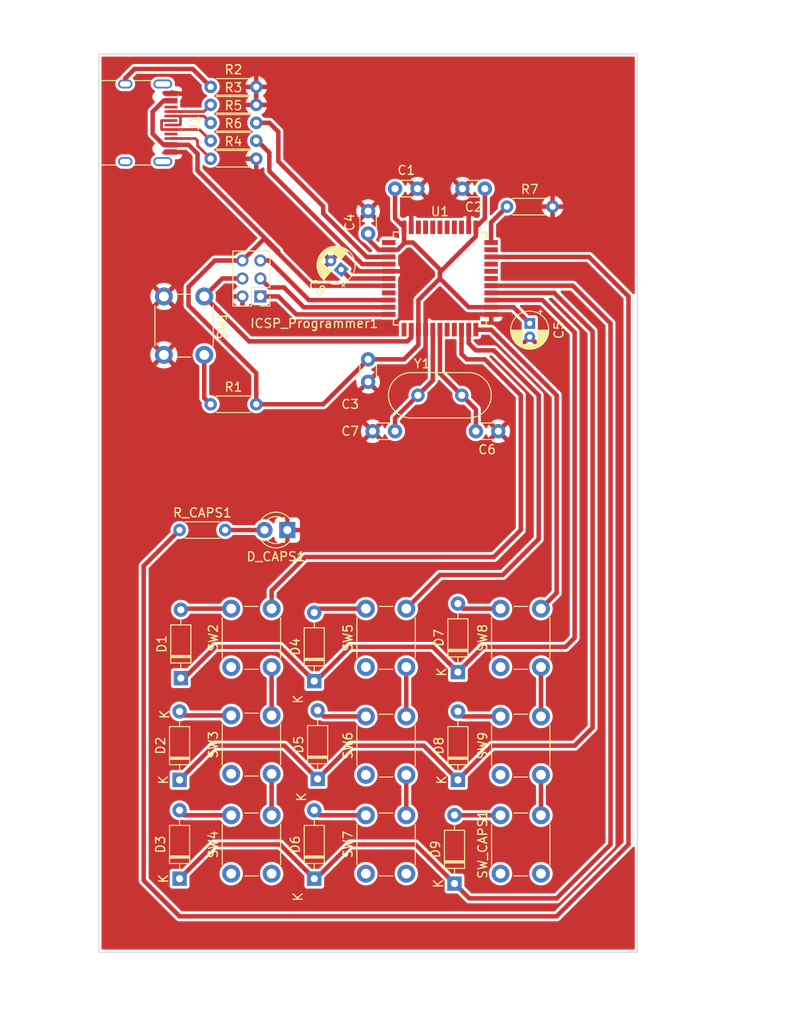
<source format=kicad_pcb>
(kicad_pcb (version 20211014) (generator pcbnew)
  (layers (0 "F.Cu" signal) (31 "B.Cu" signal) (34 "B.Paste" user) (35 "F.Paste" user) (36 "B.SilkS" user "B.Silkscreen") (37 "F.SilkS" user "F.Silkscreen") (38 "B.Mask" user) (39 "F.Mask" user) (44 "Edge.Cuts" user))
  (net 0 "")
  (net 1 "GNDREF")
  (net 2 "Net-(C6-Pad2)")
  (net 3 "Net-(C7-Pad2)")
  (net 4 "Net-(C8-Pad1)")
  (net 5 "ROW1")
  (net 6 "Net-(D1-Pad2)")
  (net 7 "ROW2")
  (net 8 "Net-(D2-Pad2)")
  (net 9 "ROW3")
  (net 10 "Net-(D3-Pad2)")
  (net 11 "Net-(D4-Pad2)")
  (net 12 "Net-(D5-Pad2)")
  (net 13 "Net-(D6-Pad2)")
  (net 14 "Net-(D7-Pad2)")
  (net 15 "Net-(D8-Pad2)")
  (net 16 "Net-(D9-Pad2)")
  (net 17 "Net-(D_CAPS1-Pad2)")
  (net 18 "Net-(J1-PadA5)")
  (net 19 "Net-(J1-PadA6)")
  (net 20 "Net-(J1-PadA7)")
  (net 22 "Net-(J1-PadB5)")
  (net 24 "Net-(J1-PadS1)")
  (net 25 "RESET")
  (net 26 "D-")
  (net 27 "D+")
  (net 28 "Net-(R7-Pad1)")
  (net 29 "CAPS")
  (net 30 "COL1")
  (net 31 "COL2")
  (net 32 "COL3")
  (net 34 "MISO")
  (net 35 "SCLK")
  (net 36 "MOSI")
  (net 52 "VCC")
  (footprint "Diode_THT:D_DO-35_SOD27_P7.62mm_Horizontal" (layer "F.Cu") (at 53 111.81 90)
    (fp_text reference "D6" (at 3.81 -2.12 90) (layer "F.SilkS"))
    (fp_text value "1N4148")
    (fp_text user "K" (at -2.015564 -1.8 90) (layer "F.SilkS"))
    (pad "1" thru_hole rect locked (at 0 0 90) (size 1.6 1.6) (drill 0.8) (layers *.Cu *.Mask) (net 9 "ROW3"))
    (pad "2" thru_hole oval locked (at 7.62 0 90) (size 1.6 1.6) (drill 0.8) (layers *.Cu *.Mask) (net 13 "Net-(D6-Pad2)"))
  )
  (footprint "Diode_THT:D_DO-35_SOD27_P7.62mm_Horizontal" (layer "F.Cu") (at 38.14 89.49 90)
    (fp_text reference "D1" (at 3.81 -2.12 90) (layer "F.SilkS"))
    (fp_text value "1N4148")
    (fp_text user "K" (at -4.031128 -1.8 90) (layer "F.SilkS"))
    (pad "1" thru_hole rect locked (at 0 0 90) (size 1.6 1.6) (drill 0.8) (layers *.Cu *.Mask) (net 5 "ROW1"))
    (pad "2" thru_hole oval locked (at 7.62 0 90) (size 1.6 1.6) (drill 0.8) (layers *.Cu *.Mask) (net 6 "Net-(D1-Pad2)"))
  )
  (footprint "Capacitor_THT:C_Disc_D3.0mm_W1.6mm_P2.50mm" (layer "F.Cu") (at 73.5 62 180)
    (fp_text reference "C6" (at 1.25 -2.05) (layer "F.SilkS"))
    (fp_text value "22pf")
    (pad "1" thru_hole circle (at 0 0 180) (size 1.6 1.6) (drill 0.8) (layers *.Cu *.Mask) (net 1 "GNDREF"))
    (pad "2" thru_hole circle (at 2.5 0 180) (size 1.6 1.6) (drill 0.8) (layers *.Cu *.Mask) (net 2 "Net-(C6-Pad2)"))
  )
  (footprint "Capacitor_THT:C_Disc_D3.0mm_W1.6mm_P2.50mm" (layer "F.Cu") (at 72 35 180)
    (fp_text reference "C2" (at 1.25 -2.05) (layer "F.SilkS"))
    (fp_text value "0.1uf")
    (pad "1" thru_hole circle (at 0 0 180) (size 1.6 1.6) (drill 0.8) (layers *.Cu *.Mask) (net 52 "VCC"))
    (pad "2" thru_hole circle (at 2.5 0 180) (size 1.6 1.6) (drill 0.8) (layers *.Cu *.Mask) (net 1 "GNDREF"))
  )
  (footprint "LED_THT:LED_D3.0mm" (layer "F.Cu") (at 50 73 180)
    (fp_text reference "D_CAPS1" (at 1.27 -2.96) (layer "F.SilkS"))
    (fp_text value "LED")
    (pad "1" thru_hole rect (at 0 0 180) (size 1.8 1.8) (drill 0.9) (layers *.Cu *.Mask) (net 1 "GNDREF"))
    (pad "2" thru_hole circle (at 2.54 0 180) (size 1.8 1.8) (drill 0.9) (layers *.Cu *.Mask) (net 17 "Net-(D_CAPS1-Pad2)"))
  )
  (footprint "Diode_THT:D_DO-35_SOD27_P7.62mm_Horizontal" (layer "F.Cu") (at 68.62 112.35 90)
    (fp_text reference "D9" (at 3.81 -2.12 90) (layer "F.SilkS"))
    (fp_text value "1N4148")
    (fp_text user "K" (at 0 -1.8 90) (layer "F.SilkS"))
    (pad "1" thru_hole rect locked (at 0 0 90) (size 1.6 1.6) (drill 0.8) (layers *.Cu *.Mask) (net 9 "ROW3"))
    (pad "2" thru_hole oval locked (at 7.62 0 90) (size 1.6 1.6) (drill 0.8) (layers *.Cu *.Mask) (net 16 "Net-(D9-Pad2)"))
  )
  (footprint "Resistor_THT:R_Axial_DIN0204_L3.6mm_D1.6mm_P5.08mm_Horizontal" (layer "F.Cu") (at 74.46 37)
    (fp_text reference "R7" (at 2.54 -1.92) (layer "F.SilkS"))
    (fp_text value "10k")
    (pad "1" thru_hole circle (at 0 0) (size 1.4 1.4) (drill 0.7) (layers *.Cu *.Mask) (net 28 "Net-(R7-Pad1)"))
    (pad "2" thru_hole oval (at 5.08 0) (size 1.4 1.4) (drill 0.7) (layers *.Cu *.Mask) (net 1 "GNDREF"))
  )
  (footprint "Button_Switch_THT:SW_PUSH_6mm" (layer "F.Cu") (at 73.75 111.25 90)
    (fp_text reference "SW_CAPS1" (at 3.25 -2 90) (layer "F.SilkS"))
    (fp_text value "SW_Push")
    (pad "1" thru_hole circle locked (at 6.5 0 180) (size 2 2) (drill 1.1) (layers *.Cu *.Mask) (net 16 "Net-(D9-Pad2)"))
    (pad "1" thru_hole circle locked (at 0 0 180) (size 2 2) (drill 1.1) (layers *.Cu *.Mask) (net 16 "Net-(D9-Pad2)"))
    (pad "2" thru_hole circle locked (at 6.5 4.5 180) (size 2 2) (drill 1.1) (layers *.Cu *.Mask) (net 32 "COL3"))
    (pad "2" thru_hole circle locked (at 0 4.5 180) (size 2 2) (drill 1.1) (layers *.Cu *.Mask) (net 32 "COL3"))
  )
  (footprint "Resistor_THT:R_Axial_DIN0204_L3.6mm_D1.6mm_P5.08mm_Horizontal" (layer "F.Cu") (at 41.46 29.66952)
    (fp_text reference "R6" (at 2.54 -1.92) (layer "F.SilkS"))
    (fp_text value "22ohm")
    (pad "1" thru_hole circle (at 0 0) (size 1.4 1.4) (drill 0.7) (layers *.Cu *.Mask) (net 19 "Net-(J1-PadA6)"))
    (pad "2" thru_hole oval (at 5.08 0) (size 1.4 1.4) (drill 0.7) (layers *.Cu *.Mask) (net 27 "D+"))
  )
  (footprint "Diode_THT:D_DO-35_SOD27_P7.62mm_Horizontal" (layer "F.Cu") (at 69 100.81 90)
    (fp_text reference "D8" (at 3.81 -2.12 90) (layer "F.SilkS"))
    (fp_text value "1N4148")
    (fp_text user "K" (at 0 -1.8 90) (layer "F.SilkS"))
    (pad "1" thru_hole rect locked (at 0 0 90) (size 1.6 1.6) (drill 0.8) (layers *.Cu *.Mask) (net 7 "ROW2"))
    (pad "2" thru_hole oval locked (at 7.62 0 90) (size 1.6 1.6) (drill 0.8) (layers *.Cu *.Mask) (net 15 "Net-(D8-Pad2)"))
  )
  (footprint "Connector_USB:USB_C_Receptacle_HRO_TYPE-C-31-M-12" (layer "F.Cu") (at 33 27.66952 -90)
    (fp_text reference "J1" (at 0 -6.645 90) (layer "F.SilkS"))
    (fp_text value "USB_C_Receptacle_USB2.0")
    (pad "" np_thru_hole circle (at -2.89 -2.6 270) (size 0.65 0.65) (drill 0.65) (layers *.Cu *.Mask))
    (pad "" np_thru_hole circle (at 2.89 -2.6 270) (size 0.65 0.65) (drill 0.65) (layers *.Cu *.Mask))
    (pad "A1" smd rect (at -3.25 -4.045 270) (size 0.6 1.45) (layers "F.Cu" "F.Paste" "F.Mask") (net 1 "GNDREF"))
    (pad "A4" smd rect (at -2.45 -4.045 270) (size 0.6 1.45) (layers "F.Cu" "F.Paste" "F.Mask") (net 52 "VCC"))
    (pad "A5" smd rect (at -1.25 -4.045 270) (size 0.3 1.45) (layers "F.Cu" "F.Paste" "F.Mask") (net 18 "Net-(J1-PadA5)"))
    (pad "A6" smd rect (at -0.25 -4.045 270) (size 0.3 1.45) (layers "F.Cu" "F.Paste" "F.Mask") (net 19 "Net-(J1-PadA6)"))
    (pad "A7" smd rect (at 0.25 -4.045 270) (size 0.3 1.45) (layers "F.Cu" "F.Paste" "F.Mask") (net 20 "Net-(J1-PadA7)"))
    (pad "A8" smd rect (at 1.25 -4.045 270) (size 0.3 1.45) (layers "F.Cu" "F.Paste" "F.Mask"))
    (pad "A9" smd rect (at 2.45 -4.045 270) (size 0.6 1.45) (layers "F.Cu" "F.Paste" "F.Mask") (net 52 "VCC"))
    (pad "A12" smd rect (at 3.25 -4.045 270) (size 0.6 1.45) (layers "F.Cu" "F.Paste" "F.Mask") (net 1 "GNDREF"))
    (pad "B1" smd rect (at 3.25 -4.045 270) (size 0.6 1.45) (layers "F.Cu" "F.Paste" "F.Mask") (net 1 "GNDREF"))
    (pad "B4" smd rect (at 2.45 -4.045 270) (size 0.6 1.45) (layers "F.Cu" "F.Paste" "F.Mask") (net 52 "VCC"))
    (pad "B5" smd rect (at 1.75 -4.045 270) (size 0.3 1.45) (layers "F.Cu" "F.Paste" "F.Mask") (net 22 "Net-(J1-PadB5)"))
    (pad "B6" smd rect (at 0.75 -4.045 270) (size 0.3 1.45) (layers "F.Cu" "F.Paste" "F.Mask") (net 19 "Net-(J1-PadA6)"))
    (pad "B7" smd rect (at -0.75 -4.045 270) (size 0.3 1.45) (layers "F.Cu" "F.Paste" "F.Mask") (net 20 "Net-(J1-PadA7)"))
    (pad "B8" smd rect (at -1.75 -4.045 270) (size 0.3 1.45) (layers "F.Cu" "F.Paste" "F.Mask"))
    (pad "B9" smd rect (at -2.45 -4.045 270) (size 0.6 1.45) (layers "F.Cu" "F.Paste" "F.Mask") (net 52 "VCC"))
    (pad "B12" smd rect (at -3.25 -4.045 270) (size 0.6 1.45) (layers "F.Cu" "F.Paste" "F.Mask") (net 1 "GNDREF"))
    (pad "S1" thru_hole oval (at 4.32 -3.13 270) (size 1 2.1) (drill oval 0.6 1.7) (layers *.Cu *.Mask) (net 24 "Net-(J1-PadS1)"))
    (pad "S1" thru_hole oval (at -4.32 1.05 270) (size 1 1.6) (drill oval 0.6 1.2) (layers *.Cu *.Mask) (net 24 "Net-(J1-PadS1)"))
    (pad "S1" thru_hole oval (at 4.32 1.05 270) (size 1 1.6) (drill oval 0.6 1.2) (layers *.Cu *.Mask) (net 24 "Net-(J1-PadS1)"))
    (pad "S1" thru_hole oval (at -4.32 -3.13 270) (size 1 2.1) (drill oval 0.6 1.7) (layers *.Cu *.Mask) (net 24 "Net-(J1-PadS1)"))
  )
  (footprint "Capacitor_THT:C_Disc_D3.0mm_W1.6mm_P2.50mm" (layer "F.Cu") (at 59 40 90)
    (fp_text reference "C4" (at 1.25 -2.05 90) (layer "F.SilkS"))
    (fp_text value "0.1uf")
    (pad "1" thru_hole circle (at 0 0 90) (size 1.6 1.6) (drill 0.8) (layers *.Cu *.Mask) (net 52 "VCC"))
    (pad "2" thru_hole circle (at 2.5 0 90) (size 1.6 1.6) (drill 0.8) (layers *.Cu *.Mask) (net 1 "GNDREF"))
  )
  (footprint "Diode_THT:D_DO-35_SOD27_P7.62mm_Horizontal" (layer "F.Cu") (at 38 111.81 90)
    (fp_text reference "D3" (at 3.81 -2.12 90) (layer "F.SilkS"))
    (fp_text value "1N4148")
    (fp_text user "K" (at 0 -1.8 90) (layer "F.SilkS"))
    (pad "1" thru_hole rect locked (at 0 0 90) (size 1.6 1.6) (drill 0.8) (layers *.Cu *.Mask) (net 9 "ROW3"))
    (pad "2" thru_hole oval locked (at 7.62 0 90) (size 1.6 1.6) (drill 0.8) (layers *.Cu *.Mask) (net 10 "Net-(D3-Pad2)"))
  )
  (footprint "Crystal:Crystal_HC49-4H_Vertical" (layer "F.Cu") (at 64.55 58)
    (fp_text reference "Y1" (at 0.45 -3.525) (layer "F.SilkS"))
    (fp_text value "16mhz")
    (pad "1" thru_hole circle (at 0 0) (size 1.5 1.5) (drill 0.8) (layers *.Cu *.Mask) (net 3 "Net-(C7-Pad2)"))
    (pad "2" thru_hole circle (at 4.88 0) (size 1.5 1.5) (drill 0.8) (layers *.Cu *.Mask) (net 2 "Net-(C6-Pad2)"))
  )
  (footprint "Capacitor_THT:CP_Radial_D4.0mm_P1.50mm" (layer "F.Cu") (at 77 50 -90)
    (fp_text reference "C5" (at 0.75 -3.25 90) (layer "F.SilkS"))
    (fp_text value "1uf")
    (pad "1" thru_hole rect (at 0 0 270) (size 1.2 1.2) (drill 0.6) (layers *.Cu *.Mask) (net 52 "VCC"))
    (pad "2" thru_hole circle (at 1.5 0 270) (size 1.2 1.2) (drill 0.6) (layers *.Cu *.Mask) (net 1 "GNDREF"))
  )
  (footprint "Button_Switch_THT:SW_PUSH_6mm" (layer "F.Cu") (at 58.75 100.25 90)
    (fp_text reference "SW6" (at 3.25 -2 90) (layer "F.SilkS"))
    (fp_text value "SW_Push")
    (pad "1" thru_hole circle locked (at 6.5 0 180) (size 2 2) (drill 1.1) (layers *.Cu *.Mask) (net 12 "Net-(D5-Pad2)"))
    (pad "1" thru_hole circle locked (at 0 0 180) (size 2 2) (drill 1.1) (layers *.Cu *.Mask) (net 12 "Net-(D5-Pad2)"))
    (pad "2" thru_hole circle locked (at 0 4.5 180) (size 2 2) (drill 1.1) (layers *.Cu *.Mask) (net 31 "COL2"))
    (pad "2" thru_hole circle locked (at 6.5 4.5 180) (size 2 2) (drill 1.1) (layers *.Cu *.Mask) (net 31 "COL2"))
  )
  (footprint "Resistor_THT:R_Axial_DIN0204_L3.6mm_D1.6mm_P5.08mm_Horizontal" (layer "F.Cu") (at 38 73)
    (fp_text reference "R_CAPS1" (at 2.54 -1.92) (layer "F.SilkS"))
    (fp_text value "220ohm")
    (pad "1" thru_hole circle (at 0 0) (size 1.4 1.4) (drill 0.7) (layers *.Cu *.Mask) (net 29 "CAPS"))
    (pad "2" thru_hole oval (at 5.08 0) (size 1.4 1.4) (drill 0.7) (layers *.Cu *.Mask) (net 17 "Net-(D_CAPS1-Pad2)"))
  )
  (footprint "Button_Switch_THT:SW_PUSH_6mm" (layer "F.Cu") (at 43.75 111.25 90)
    (fp_text reference "SW4" (at 3.25 -2 90) (layer "F.SilkS"))
    (fp_text value "SW_Push")
    (pad "1" thru_hole circle locked (at 0 0 180) (size 2 2) (drill 1.1) (layers *.Cu *.Mask) (net 10 "Net-(D3-Pad2)"))
    (pad "1" thru_hole circle locked (at 6.5 0 180) (size 2 2) (drill 1.1) (layers *.Cu *.Mask) (net 10 "Net-(D3-Pad2)"))
    (pad "2" thru_hole circle locked (at 0 4.5 180) (size 2 2) (drill 1.1) (layers *.Cu *.Mask) (net 30 "COL1"))
    (pad "2" thru_hole circle locked (at 6.5 4.5 180) (size 2 2) (drill 1.1) (layers *.Cu *.Mask) (net 30 "COL1"))
  )
  (footprint "Diode_THT:D_DO-35_SOD27_P7.62mm_Horizontal" (layer "F.Cu") (at 69 88.81 90)
    (fp_text reference "D7" (at 3.81 -2.12 90) (layer "F.SilkS"))
    (fp_text value "1N4148")
    (fp_text user "K" (at 0 -1.8 90) (layer "F.SilkS"))
    (pad "1" thru_hole rect locked (at 0 0 90) (size 1.6 1.6) (drill 0.8) (layers *.Cu *.Mask) (net 5 "ROW1"))
    (pad "2" thru_hole oval locked (at 7.62 0 90) (size 1.6 1.6) (drill 0.8) (layers *.Cu *.Mask) (net 14 "Net-(D7-Pad2)"))
  )
  (footprint "Capacitor_THT:C_Disc_D3.0mm_W1.6mm_P2.50mm" (layer "F.Cu") (at 62 35)
    (fp_text reference "C1" (at 1.25 -2.05) (layer "F.SilkS"))
    (fp_text value "0.1uf")
    (pad "1" thru_hole circle (at 0 0) (size 1.6 1.6) (drill 0.8) (layers *.Cu *.Mask) (net 52 "VCC"))
    (pad "2" thru_hole circle (at 2.5 0) (size 1.6 1.6) (drill 0.8) (layers *.Cu *.Mask) (net 1 "GNDREF"))
  )
  (footprint "Button_Switch_THT:SW_PUSH_6mm" (layer "F.Cu") (at 58.75 111.25 90)
    (fp_text reference "SW7" (at 3.25 -2 90) (layer "F.SilkS"))
    (fp_text value "SW_Push")
    (pad "1" thru_hole circle locked (at 0 0 180) (size 2 2) (drill 1.1) (layers *.Cu *.Mask) (net 13 "Net-(D6-Pad2)"))
    (pad "1" thru_hole circle locked (at 6.5 0 180) (size 2 2) (drill 1.1) (layers *.Cu *.Mask) (net 13 "Net-(D6-Pad2)"))
    (pad "2" thru_hole circle locked (at 6.5 4.5 180) (size 2 2) (drill 1.1) (layers *.Cu *.Mask) (net 31 "COL2"))
    (pad "2" thru_hole circle locked (at 0 4.5 180) (size 2 2) (drill 1.1) (layers *.Cu *.Mask) (net 31 "COL2"))
  )
  (footprint "Button_Switch_THT:SW_PUSH_6mm" (layer "F.Cu") (at 43.75 88.25 90)
    (fp_text reference "SW2" (at 3.25 -2 90) (layer "F.SilkS"))
    (fp_text value "SW_Push")
    (pad "1" thru_hole circle locked (at 6.5 0 180) (size 2 2) (drill 1.1) (layers *.Cu *.Mask) (net 6 "Net-(D1-Pad2)"))
    (pad "1" thru_hole circle locked (at 0 0 180) (size 2 2) (drill 1.1) (layers *.Cu *.Mask) (net 6 "Net-(D1-Pad2)"))
    (pad "2" thru_hole circle locked (at 6.5 4.5 180) (size 2 2) (drill 1.1) (layers *.Cu *.Mask) (net 30 "COL1"))
    (pad "2" thru_hole circle locked (at 0 4.5 180) (size 2 2) (drill 1.1) (layers *.Cu *.Mask) (net 30 "COL1"))
  )
  (footprint "Resistor_THT:R_Axial_DIN0204_L3.6mm_D1.6mm_P5.08mm_Horizontal" (layer "F.Cu") (at 41.46 27.66952)
    (fp_text reference "R5" (at 2.54 -1.92) (layer "F.SilkS"))
    (fp_text value "22ohm")
    (pad "1" thru_hole circle (at 0 0) (size 1.4 1.4) (drill 0.7) (layers *.Cu *.Mask) (net 20 "Net-(J1-PadA7)"))
    (pad "2" thru_hole oval (at 5.08 0) (size 1.4 1.4) (drill 0.7) (layers *.Cu *.Mask) (net 26 "D-"))
  )
  (footprint "Connector_PinHeader_2.00mm:PinHeader_2x03_P2.00mm_Vertical" (layer "F.Cu") (at 47 47 180)
    (fp_text reference "ICSP_Programmer1" (at -6 -3) (layer "F.SilkS"))
    (fp_text value "Conn_02x03_Odd_Even")
    (pad "1" thru_hole rect (at 0 0 180) (size 1.35 1.35) (drill 0.8) (layers *.Cu *.Mask) (net 34 "MISO"))
    (pad "2" thru_hole oval (at 2 0 180) (size 1.35 1.35) (drill 0.8) (layers *.Cu *.Mask) (net 1 "GNDREF"))
    (pad "3" thru_hole oval (at 0 2 180) (size 1.35 1.35) (drill 0.8) (layers *.Cu *.Mask) (net 36 "MOSI"))
    (pad "4" thru_hole oval (at 2 2 180) (size 1.35 1.35) (drill 0.8) (layers *.Cu *.Mask) (net 25 "RESET"))
    (pad "5" thru_hole oval (at 0 4 180) (size 1.35 1.35) (drill 0.8) (layers *.Cu *.Mask) (net 35 "SCLK"))
    (pad "6" thru_hole oval (at 2 4 180) (size 1.35 1.35) (drill 0.8) (layers *.Cu *.Mask) (net 52 "VCC"))
  )
  (footprint "Capacitor_THT:C_Disc_D3.0mm_W1.6mm_P2.50mm" (layer "F.Cu") (at 59 54 -90)
    (fp_text reference "C3" (at 5 2 -180) (layer "F.SilkS"))
    (fp_text value "0.1uf")
    (pad "1" thru_hole circle (at 0 0 270) (size 1.6 1.6) (drill 0.8) (layers *.Cu *.Mask) (net 52 "VCC"))
    (pad "2" thru_hole circle (at 2.5 0 270) (size 1.6 1.6) (drill 0.8) (layers *.Cu *.Mask) (net 1 "GNDREF"))
  )
  (footprint "Diode_THT:D_DO-35_SOD27_P7.62mm_Horizontal" (layer "F.Cu") (at 53 89.81 90)
    (fp_text reference "D4" (at 3.81 -2.12 90) (layer "F.SilkS"))
    (fp_text value "1N4148")
    (fp_text user "K" (at -2.015564 -1.8 90) (layer "F.SilkS"))
    (pad "1" thru_hole rect locked (at 0 0 90) (size 1.6 1.6) (drill 0.8) (layers *.Cu *.Mask) (net 5 "ROW1"))
    (pad "2" thru_hole oval locked (at 7.62 0 90) (size 1.6 1.6) (drill 0.8) (layers *.Cu *.Mask) (net 11 "Net-(D4-Pad2)"))
  )
  (footprint "Resistor_THT:R_Axial_DIN0204_L3.6mm_D1.6mm_P5.08mm_Horizontal" (layer "F.Cu") (at 41.46 31.66952)
    (fp_text reference "R4" (at 2.54 -1.92) (layer "F.SilkS"))
    (fp_text value "5.1k")
    (pad "1" thru_hole circle (at 0 0) (size 1.4 1.4) (drill 0.7) (layers *.Cu *.Mask) (net 22 "Net-(J1-PadB5)"))
    (pad "2" thru_hole oval (at 5.08 0) (size 1.4 1.4) (drill 0.7) (layers *.Cu *.Mask) (net 1 "GNDREF"))
  )
  (footprint "Button_Switch_THT:SW_PUSH_6mm" (layer "F.Cu") (at 58.75 88.25 90)
    (fp_text reference "SW5" (at 3.25 -2 90) (layer "F.SilkS"))
    (fp_text value "SW_Push")
    (pad "1" thru_hole circle locked (at 0 0 180) (size 2 2) (drill 1.1) (layers *.Cu *.Mask) (net 11 "Net-(D4-Pad2)"))
    (pad "1" thru_hole circle locked (at 6.5 0 180) (size 2 2) (drill 1.1) (layers *.Cu *.Mask) (net 11 "Net-(D4-Pad2)"))
    (pad "2" thru_hole circle locked (at 6.5 4.5 180) (size 2 2) (drill 1.1) (layers *.Cu *.Mask) (net 31 "COL2"))
    (pad "2" thru_hole circle locked (at 0 4.5 180) (size 2 2) (drill 1.1) (layers *.Cu *.Mask) (net 31 "COL2"))
  )
  (footprint "Package_QFP:TQFP-44_10x10mm_P0.8mm" (layer "F.Cu") (at 67 45)
    (fp_text reference "U1" (at 0 -7.45) (layer "F.SilkS"))
    (fp_text value "ATmega32U4-A")
    (pad "1" smd rect (at -5.7 -4) (size 1.5 0.55) (layers "F.Cu" "F.Paste" "F.Mask"))
    (pad "2" smd rect (at -5.7 -3.2) (size 1.5 0.55) (layers "F.Cu" "F.Paste" "F.Mask") (net 52 "VCC"))
    (pad "3" smd rect (at -5.7 -2.4) (size 1.5 0.55) (layers "F.Cu" "F.Paste" "F.Mask") (net 26 "D-"))
    (pad "4" smd rect (at -5.7 -1.6) (size 1.5 0.55) (layers "F.Cu" "F.Paste" "F.Mask") (net 27 "D+"))
    (pad "5" smd rect (at -5.7 -0.8) (size 1.5 0.55) (layers "F.Cu" "F.Paste" "F.Mask") (net 1 "GNDREF"))
    (pad "6" smd rect (at -5.7 0) (size 1.5 0.55) (layers "F.Cu" "F.Paste" "F.Mask") (net 4 "Net-(C8-Pad1)"))
    (pad "7" smd rect (at -5.7 0.8) (size 1.5 0.55) (layers "F.Cu" "F.Paste" "F.Mask") (net 52 "VCC"))
    (pad "8" smd rect (at -5.7 1.6) (size 1.5 0.55) (layers "F.Cu" "F.Paste" "F.Mask"))
    (pad "9" smd rect (at -5.7 2.4) (size 1.5 0.55) (layers "F.Cu" "F.Paste" "F.Mask") (net 35 "SCLK"))
    (pad "10" smd rect (at -5.7 3.2) (size 1.5 0.55) (layers "F.Cu" "F.Paste" "F.Mask") (net 36 "MOSI"))
    (pad "11" smd rect (at -5.7 4) (size 1.5 0.55) (layers "F.Cu" "F.Paste" "F.Mask") (net 34 "MISO"))
    (pad "12" smd rect (at -4 5.7 90) (size 1.5 0.55) (layers "F.Cu" "F.Paste" "F.Mask"))
    (pad "13" smd rect (at -3.2 5.7 90) (size 1.5 0.55) (layers "F.Cu" "F.Paste" "F.Mask") (net 25 "RESET"))
    (pad "14" smd rect (at -2.4 5.7 90) (size 1.5 0.55) (layers "F.Cu" "F.Paste" "F.Mask") (net 52 "VCC"))
    (pad "15" smd rect (at -1.6 5.7 90) (size 1.5 0.55) (layers "F.Cu" "F.Paste" "F.Mask") (net 1 "GNDREF"))
    (pad "16" smd rect (at -0.8 5.7 90) (size 1.5 0.55) (layers "F.Cu" "F.Paste" "F.Mask") (net 3 "Net-(C7-Pad2)"))
    (pad "17" smd rect (at 0 5.7 90) (size 1.5 0.55) (layers "F.Cu" "F.Paste" "F.Mask") (net 2 "Net-(C6-Pad2)"))
    (pad "18" smd rect (at 0.8 5.7 90) (size 1.5 0.55) (layers "F.Cu" "F.Paste" "F.Mask"))
    (pad "19" smd rect (at 1.6 5.7 90) (size 1.5 0.55) (layers "F.Cu" "F.Paste" "F.Mask"))
    (pad "20" smd rect (at 2.4 5.7 90) (size 1.5 0.55) (layers "F.Cu" "F.Paste" "F.Mask") (net 30 "COL1"))
    (pad "21" smd rect (at 3.2 5.7 90) (size 1.5 0.55) (layers "F.Cu" "F.Paste" "F.Mask") (net 31 "COL2"))
    (pad "22" smd rect (at 4 5.7 90) (size 1.5 0.55) (layers "F.Cu" "F.Paste" "F.Mask") (net 32 "COL3"))
    (pad "23" smd rect (at 5.7 4) (size 1.5 0.55) (layers "F.Cu" "F.Paste" "F.Mask") (net 1 "GNDREF"))
    (pad "24" smd rect (at 5.7 3.2) (size 1.5 0.55) (layers "F.Cu" "F.Paste" "F.Mask") (net 52 "VCC"))
    (pad "25" smd rect (at 5.7 2.4) (size 1.5 0.55) (layers "F.Cu" "F.Paste" "F.Mask") (net 5 "ROW1"))
    (pad "26" smd rect (at 5.7 1.6) (size 1.5 0.55) (layers "F.Cu" "F.Paste" "F.Mask") (net 7 "ROW2"))
    (pad "27" smd rect (at 5.7 0.8) (size 1.5 0.55) (layers "F.Cu" "F.Paste" "F.Mask") (net 9 "ROW3"))
    (pad "28" smd rect (at 5.7 0) (size 1.5 0.55) (layers "F.Cu" "F.Paste" "F.Mask"))
    (pad "29" smd rect (at 5.7 -0.8) (size 1.5 0.55) (layers "F.Cu" "F.Paste" "F.Mask"))
    (pad "30" smd rect (at 5.7 -1.6) (size 1.5 0.55) (layers "F.Cu" "F.Paste" "F.Mask"))
    (pad "31" smd rect (at 5.7 -2.4) (size 1.5 0.55) (layers "F.Cu" "F.Paste" "F.Mask") (net 29 "CAPS"))
    (pad "32" smd rect (at 5.7 -3.2) (size 1.5 0.55) (layers "F.Cu" "F.Paste" "F.Mask"))
    (pad "33" smd rect (at 5.7 -4) (size 1.5 0.55) (layers "F.Cu" "F.Paste" "F.Mask") (net 28 "Net-(R7-Pad1)"))
    (pad "34" smd rect (at 4 -5.7 90) (size 1.5 0.55) (layers "F.Cu" "F.Paste" "F.Mask") (net 52 "VCC"))
    (pad "35" smd rect (at 3.2 -5.7 90) (size 1.5 0.55) (layers "F.Cu" "F.Paste" "F.Mask") (net 1 "GNDREF"))
    (pad "36" smd rect (at 2.4 -5.7 90) (size 1.5 0.55) (layers "F.Cu" "F.Paste" "F.Mask"))
    (pad "37" smd rect (at 1.6 -5.7 90) (size 1.5 0.55) (layers "F.Cu" "F.Paste" "F.Mask"))
    (pad "38" smd rect (at 0.8 -5.7 90) (size 1.5 0.55) (layers "F.Cu" "F.Paste" "F.Mask"))
    (pad "39" smd rect (at 0 -5.7 90) (size 1.5 0.55) (layers "F.Cu" "F.Paste" "F.Mask"))
    (pad "40" smd rect (at -0.8 -5.7 90) (size 1.5 0.55) (layers "F.Cu" "F.Paste" "F.Mask"))
    (pad "41" smd rect (at -1.6 -5.7 90) (size 1.5 0.55) (layers "F.Cu" "F.Paste" "F.Mask"))
    (pad "42" smd rect (at -2.4 -5.7 90) (size 1.5 0.55) (layers "F.Cu" "F.Paste" "F.Mask"))
    (pad "43" smd rect (at -3.2 -5.7 90) (size 1.5 0.55) (layers "F.Cu" "F.Paste" "F.Mask") (net 1 "GNDREF"))
    (pad "44" smd rect (at -4 -5.7 90) (size 1.5 0.55) (layers "F.Cu" "F.Paste" "F.Mask") (net 52 "VCC"))
  )
  (footprint "Resistor_THT:R_Axial_DIN0204_L3.6mm_D1.6mm_P5.08mm_Horizontal" (layer "F.Cu") (at 41.46 25.66952)
    (fp_text reference "R3" (at 2.54 -1.92) (layer "F.SilkS"))
    (fp_text value "5.1k")
    (pad "1" thru_hole circle (at 0 0) (size 1.4 1.4) (drill 0.7) (layers *.Cu *.Mask) (net 18 "Net-(J1-PadA5)"))
    (pad "2" thru_hole oval (at 5.08 0) (size 1.4 1.4) (drill 0.7) (layers *.Cu *.Mask) (net 1 "GNDREF"))
  )
  (footprint "Diode_THT:D_DO-35_SOD27_P7.62mm_Horizontal" (layer "F.Cu") (at 53.38 100.698872 90)
    (fp_text reference "D5" (at 3.81 -2.12 90) (layer "F.SilkS"))
    (fp_text value "1N4148")
    (fp_text user "K" (at -2.015564 -1.8 90) (layer "F.SilkS"))
    (pad "1" thru_hole rect locked (at 0 0 90) (size 1.6 1.6) (drill 0.8) (layers *.Cu *.Mask) (net 7 "ROW2"))
    (pad "2" thru_hole oval locked (at 7.62 0 90) (size 1.6 1.6) (drill 0.8) (layers *.Cu *.Mask) (net 12 "Net-(D5-Pad2)"))
  )
  (footprint "Resistor_THT:R_Axial_DIN0204_L3.6mm_D1.6mm_P5.08mm_Horizontal" (layer "F.Cu") (at 41.46 23.66952)
    (fp_text reference "R2" (at 2.54 -1.92) (layer "F.SilkS"))
    (fp_text value "10M")
    (pad "1" thru_hole circle (at 0 0) (size 1.4 1.4) (drill 0.7) (layers *.Cu *.Mask) (net 24 "Net-(J1-PadS1)"))
    (pad "2" thru_hole oval (at 5.08 0) (size 1.4 1.4) (drill 0.7) (layers *.Cu *.Mask) (net 1 "GNDREF"))
  )
  (footprint "Button_Switch_THT:SW_PUSH_6mm" (layer "F.Cu") (at 73.75 88.25 90)
    (fp_text reference "SW8" (at 3.25 -2 90) (layer "F.SilkS"))
    (fp_text value "SW_Push")
    (pad "1" thru_hole circle locked (at 6.5 0 180) (size 2 2) (drill 1.1) (layers *.Cu *.Mask) (net 14 "Net-(D7-Pad2)"))
    (pad "1" thru_hole circle locked (at 0 0 180) (size 2 2) (drill 1.1) (layers *.Cu *.Mask) (net 14 "Net-(D7-Pad2)"))
    (pad "2" thru_hole circle locked (at 6.5 4.5 180) (size 2 2) (drill 1.1) (layers *.Cu *.Mask) (net 32 "COL3"))
    (pad "2" thru_hole circle locked (at 0 4.5 180) (size 2 2) (drill 1.1) (layers *.Cu *.Mask) (net 32 "COL3"))
  )
  (footprint "Button_Switch_THT:SW_PUSH_6mm" (layer "F.Cu") (at 43.75 100.138872 90)
    (fp_text reference "SW3" (at 3.25 -2 90) (layer "F.SilkS"))
    (fp_text value "SW_Push")
    (pad "1" thru_hole circle locked (at 6.5 0 180) (size 2 2) (drill 1.1) (layers *.Cu *.Mask) (net 8 "Net-(D2-Pad2)"))
    (pad "1" thru_hole circle locked (at 0 0 180) (size 2 2) (drill 1.1) (layers *.Cu *.Mask) (net 8 "Net-(D2-Pad2)"))
    (pad "2" thru_hole circle locked (at 0 4.5 180) (size 2 2) (drill 1.1) (layers *.Cu *.Mask) (net 30 "COL1"))
    (pad "2" thru_hole circle locked (at 6.5 4.5 180) (size 2 2) (drill 1.1) (layers *.Cu *.Mask) (net 30 "COL1"))
  )
  (footprint "Capacitor_THT:C_Disc_D3.0mm_W1.6mm_P2.50mm" (layer "F.Cu") (at 59.5 62)
    (fp_text reference "C7" (at -2.5 0) (layer "F.SilkS"))
    (fp_text value "22pf")
    (pad "1" thru_hole circle (at 0 0) (size 1.6 1.6) (drill 0.8) (layers *.Cu *.Mask) (net 1 "GNDREF"))
    (pad "2" thru_hole circle (at 2.5 0) (size 1.6 1.6) (drill 0.8) (layers *.Cu *.Mask) (net 3 "Net-(C7-Pad2)"))
  )
  (footprint "Button_Switch_THT:SW_PUSH_6mm" (layer "F.Cu") (at 73.75 100.25 90)
    (fp_text reference "SW9" (at 3.25 -2 90) (layer "F.SilkS"))
    (fp_text value "SW_Push")
    (pad "1" thru_hole circle locked (at 0 0 180) (size 2 2) (drill 1.1) (layers *.Cu *.Mask) (net 15 "Net-(D8-Pad2)"))
    (pad "1" thru_hole circle locked (at 6.5 0 180) (size 2 2) (drill 1.1) (layers *.Cu *.Mask) (net 15 "Net-(D8-Pad2)"))
    (pad "2" thru_hole circle locked (at 6.5 4.5 180) (size 2 2) (drill 1.1) (layers *.Cu *.Mask) (net 32 "COL3"))
    (pad "2" thru_hole circle locked (at 0 4.5 180) (size 2 2) (drill 1.1) (layers *.Cu *.Mask) (net 32 "COL3"))
  )
  (footprint "Capacitor_THT:CP_Radial_D4.0mm_P1.50mm" (layer "F.Cu") (at 56 44 140)
    (fp_text reference "C8" (at 0.75 -3.25 140) (layer "F.SilkS"))
    (fp_text value "1uf")
    (pad "1" thru_hole rect (at 0 0 140) (size 1.2 1.2) (drill 0.6) (layers *.Cu *.Mask) (net 4 "Net-(C8-Pad1)"))
    (pad "2" thru_hole circle (at 1.5 -0.000001 140) (size 1.2 1.2) (drill 0.6) (layers *.Cu *.Mask) (net 1 "GNDREF"))
  )
  (footprint "Diode_THT:D_DO-35_SOD27_P7.62mm_Horizontal" (layer "F.Cu") (at 38 100.81 90)
    (fp_text reference "D2" (at 3.81 -2.12 90) (layer "F.SilkS"))
    (fp_text value "1N4148")
    (fp_text user "K" (at 0 -1.8 90) (layer "F.SilkS"))
    (pad "1" thru_hole rect locked (at 0 0 90) (size 1.6 1.6) (drill 0.8) (layers *.Cu *.Mask) (net 7 "ROW2"))
    (pad "2" thru_hole oval locked (at 7.62 0 90) (size 1.6 1.6) (drill 0.8) (layers *.Cu *.Mask) (net 8 "Net-(D2-Pad2)"))
  )
  (footprint "Button_Switch_THT:SW_PUSH_6mm" (layer "F.Cu") (at 40.75 47 -90)
    (fp_text reference "SW1" (at 3.25 -2 90) (layer "F.SilkS"))
    (fp_text value "SW_Push")
    (pad "1" thru_hole circle (at 0 0) (size 2 2) (drill 1.1) (layers *.Cu *.Mask) (net 25 "RESET"))
    (pad "1" thru_hole circle (at 6.5 0) (size 2 2) (drill 1.1) (layers *.Cu *.Mask) (net 25 "RESET"))
    (pad "2" thru_hole circle (at 0 4.5) (size 2 2) (drill 1.1) (layers *.Cu *.Mask) (net 1 "GNDREF"))
    (pad "2" thru_hole circle (at 6.5 4.5) (size 2 2) (drill 1.1) (layers *.Cu *.Mask) (net 1 "GNDREF"))
  )
  (footprint "Resistor_THT:R_Axial_DIN0204_L3.6mm_D1.6mm_P5.08mm_Horizontal" (layer "F.Cu") (at 41.46 59)
    (fp_text reference "R1" (at 2.54 -1.92) (layer "F.SilkS"))
    (fp_text value "10k")
    (pad "1" thru_hole circle (at 0 0) (size 1.4 1.4) (drill 0.7) (layers *.Cu *.Mask) (net 25 "RESET"))
    (pad "2" thru_hole oval (at 5.08 0) (size 1.4 1.4) (drill 0.7) (layers *.Cu *.Mask) (net 52 "VCC"))
  )
  (gr_line (start 89 20) (end 29 20) (layer "Edge.Cuts") (width 0.1))
  (gr_line (start 89 120) (end 89 20) (layer "Edge.Cuts") (width 0.1))
  (gr_line (start 29 20) (end 29 120) (layer "Edge.Cuts") (width 0.1))
  (gr_line (start 29 120) (end 89 120) (layer "Edge.Cuts") (width 0.1))
  (segment (start 71 62) (end 71 59.57) (width 0.5) (layer "F.Cu") (net 2))
  (segment (start 71 59.57) (end 69.43 58) (width 0.5) (layer "F.Cu") (net 2))
  (segment (start 67 55.57) (end 69.43 58) (width 0.5) (layer "F.Cu") (net 2))
  (segment (start 67 50.7) (end 67 55.57) (width 0.5) (layer "F.Cu") (net 2))
  (segment (start 62 62) (end 62 60.55) (width 0.5) (layer "F.Cu") (net 3))
  (segment (start 66.2 50.7) (end 66.2 56.35) (width 0.5) (layer "F.Cu") (net 3))
  (segment (start 62 60.55) (end 64.55 58) (width 0.5) (layer "F.Cu") (net 3))
  (segment (start 66.2 56.35) (end 64.55 58) (width 0.5) (layer "F.Cu") (net 3))
  (segment (start 57 45) (end 56 44) (width 0.5) (layer "F.Cu") (net 4))
  (segment (start 61.3 45) (end 57 45) (width 0.5) (layer "F.Cu") (net 4))
  (segment (start 42 86) (end 49.19 86) (width 0.5) (layer "F.Cu") (net 5))
  (segment (start 66.19 86) (end 69 88.81) (width 0.5) (layer "F.Cu") (net 5))
  (segment (start 49.19 86) (end 53 89.81) (width 0.5) (layer "F.Cu") (net 5))
  (segment (start 38.14 89.49) (end 38.51 89.49) (width 0.5) (layer "F.Cu") (net 5))
  (segment (start 53.19 89.81) (end 57 86) (width 0.5) (layer "F.Cu") (net 5))
  (segment (start 81 86) (end 82 85) (width 0.5) (layer "F.Cu") (net 5))
  (segment (start 82 85) (end 82 51) (width 0.5) (layer "F.Cu") (net 5))
  (segment (start 38.51 89.49) (end 42 86) (width 0.5) (layer "F.Cu") (net 5))
  (segment (start 57 86) (end 66.19 86) (width 0.5) (layer "F.Cu") (net 5))
  (segment (start 53 89.81) (end 53.19 89.81) (width 0.5) (layer "F.Cu") (net 5))
  (segment (start 71.81 86) (end 81 86) (width 0.5) (layer "F.Cu") (net 5))
  (segment (start 78.4 47.4) (end 72.7 47.4) (width 0.5) (layer "F.Cu") (net 5))
  (segment (start 69 88.81) (end 71.81 86) (width 0.5) (layer "F.Cu") (net 5))
  (segment (start 82 51) (end 78.4 47.4) (width 0.5) (layer "F.Cu") (net 5))
  (segment (start 38.26 81.75) (end 38.14 81.87) (width 0.5) (layer "F.Cu") (net 6))
  (segment (start 43.75 81.75) (end 38.26 81.75) (width 0.5) (layer "F.Cu") (net 6))
  (segment (start 69 100.81) (end 72.81 97) (width 0.5) (layer "F.Cu") (net 7))
  (segment (start 84 95) (end 84 50.878815) (width 0.5) (layer "F.Cu") (net 7))
  (segment (start 84 50.878815) (end 79.721185 46.6) (width 0.5) (layer "F.Cu") (net 7))
  (segment (start 53.38 100.698872) (end 57.078872 97) (width 0.5) (layer "F.Cu") (net 7))
  (segment (start 65.19 97) (end 69 100.81) (width 0.5) (layer "F.Cu") (net 7))
  (segment (start 82 97) (end 84 95) (width 0.5) (layer "F.Cu") (net 7))
  (segment (start 38 100.81) (end 41.81 97) (width 0.5) (layer "F.Cu") (net 7))
  (segment (start 49.681128 97) (end 53.38 100.698872) (width 0.5) (layer "F.Cu") (net 7))
  (segment (start 57.078872 97) (end 65.19 97) (width 0.5) (layer "F.Cu") (net 7))
  (segment (start 72.81 97) (end 82 97) (width 0.5) (layer "F.Cu") (net 7))
  (segment (start 79.721185 46.6) (end 72.7 46.6) (width 0.5) (layer "F.Cu") (net 7))
  (segment (start 41.81 97) (end 49.681128 97) (width 0.5) (layer "F.Cu") (net 7))
  (segment (start 43.75 93.638872) (end 38.448872 93.638872) (width 0.5) (layer "F.Cu") (net 8))
  (segment (start 38.448872 93.638872) (end 38 93.19) (width 0.5) (layer "F.Cu") (net 8))
  (segment (start 41.81 108) (end 49.19 108) (width 0.5) (layer "F.Cu") (net 9))
  (segment (start 70.27 114) (end 80 114) (width 0.5) (layer "F.Cu") (net 9))
  (segment (start 64.27 108) (end 68.62 112.35) (width 0.5) (layer "F.Cu") (net 9))
  (segment (start 49.19 108) (end 53 111.81) (width 0.5) (layer "F.Cu") (net 9))
  (segment (start 68.62 112.35) (end 70.27 114) (width 0.5) (layer "F.Cu") (net 9))
  (segment (start 81.8 45.8) (end 72.7 45.8) (width 0.5) (layer "F.Cu") (net 9))
  (segment (start 86 50) (end 81.8 45.8) (width 0.5) (layer "F.Cu") (net 9))
  (segment (start 53.19 111.81) (end 57 108) (width 0.5) (layer "F.Cu") (net 9))
  (segment (start 38 111.81) (end 41.81 108) (width 0.5) (layer "F.Cu") (net 9))
  (segment (start 86 108) (end 86 50) (width 0.5) (layer "F.Cu") (net 9))
  (segment (start 57 108) (end 64.27 108) (width 0.5) (layer "F.Cu") (net 9))
  (segment (start 80 114) (end 86 108) (width 0.5) (layer "F.Cu") (net 9))
  (segment (start 53 111.81) (end 53.19 111.81) (width 0.5) (layer "F.Cu") (net 9))
  (segment (start 38.56 104.75) (end 38 104.19) (width 0.5) (layer "F.Cu") (net 10))
  (segment (start 43.75 104.75) (end 38.56 104.75) (width 0.5) (layer "F.Cu") (net 10))
  (segment (start 58.75 81.75) (end 53.44 81.75) (width 0.5) (layer "F.Cu") (net 11))
  (segment (start 53.44 81.75) (end 53 82.19) (width 0.5) (layer "F.Cu") (net 11))
  (segment (start 58.75 93.75) (end 54.051128 93.75) (width 0.5) (layer "F.Cu") (net 12))
  (segment (start 54.051128 93.75) (end 53.38 93.078872) (width 0.5) (layer "F.Cu") (net 12))
  (segment (start 53.56 104.75) (end 53 104.19) (width 0.5) (layer "F.Cu") (net 13))
  (segment (start 58.75 104.75) (end 53.56 104.75) (width 0.5) (layer "F.Cu") (net 13))
  (segment (start 69.56 81.75) (end 69 81.19) (width 0.5) (layer "F.Cu") (net 14))
  (segment (start 73.75 81.75) (end 69.56 81.75) (width 0.5) (layer "F.Cu") (net 14))
  (segment (start 73.75 93.75) (end 69.56 93.75) (width 0.5) (layer "F.Cu") (net 15))
  (segment (start 69.56 93.75) (end 69 93.19) (width 0.5) (layer "F.Cu") (net 15))
  (segment (start 68.64 104.75) (end 68.62 104.73) (width 0.5) (layer "F.Cu") (net 16))
  (segment (start 73.75 104.75) (end 68.64 104.75) (width 0.5) (layer "F.Cu") (net 16))
  (segment (start 47.46 73) (end 43.08 73) (width 0.5) (layer "F.Cu") (net 17))
  (segment (start 41.46 25.66952) (end 40.71 26.41952) (width 0.3) (layer "F.Cu") (net 18))
  (segment (start 40.71 26.41952) (end 37.045 26.41952) (width 0.3) (layer "F.Cu") (net 18))
  (segment (start 40.21 28.41952) (end 37.045 28.41952) (width 0.3) (layer "F.Cu") (net 19))
  (segment (start 35.995489 28.394031) (end 35.995489 27.445009) (width 0.3) (layer "F.Cu") (net 19))
  (segment (start 37.045 28.41952) (end 36.020978 28.41952) (width 0.3) (layer "F.Cu") (net 19))
  (segment (start 41.46 29.66952) (end 40.21 28.41952) (width 0.3) (layer "F.Cu") (net 19))
  (segment (start 36.020978 27.41952) (end 37.045 27.41952) (width 0.3) (layer "F.Cu") (net 19))
  (segment (start 35.995489 27.445009) (end 36.020978 27.41952) (width 0.3) (layer "F.Cu") (net 19))
  (segment (start 36.020978 28.41952) (end 35.995489 28.394031) (width 0.3) (layer "F.Cu") (net 19))
  (segment (start 38.094511 26.945009) (end 38.094511 27.894031) (width 0.3) (layer "F.Cu") (net 20))
  (segment (start 38.094511 27.894031) (end 38.069022 27.91952) (width 0.25) (layer "F.Cu") (net 20))
  (segment (start 38.069022 26.91952) (end 38.094511 26.945009) (width 0.3) (layer "F.Cu") (net 20))
  (segment (start 40.71 26.91952) (end 37.045 26.91952) (width 0.3) (layer "F.Cu") (net 20))
  (segment (start 38.069022 27.91952) (end 37.045 27.91952) (width 0.3) (layer "F.Cu") (net 20))
  (segment (start 37.045 26.91952) (end 38.069022 26.91952) (width 0.25) (layer "F.Cu") (net 20))
  (segment (start 41.46 27.66952) (end 40.71 26.91952) (width 0.3) (layer "F.Cu") (net 20))
  (segment (start 41.46 31.66952) (end 40 30.20952) (width 0.3) (layer "F.Cu") (net 22))
  (segment (start 39.75 29.41952) (end 38 29.41952) (width 0.3) (layer "F.Cu") (net 22))
  (segment (start 40 29.66952) (end 39.75 29.41952) (width 0.3) (layer "F.Cu") (net 22))
  (segment (start 40 30.20952) (end 40 29.66952) (width 0.3) (layer "F.Cu") (net 22))
  (segment (start 38.21 29.41952) (end 37.045 29.41952) (width 0.3) (layer "F.Cu") (net 22))
  (segment (start 39.46 21.66952) (end 39 21.66952) (width 0.5) (layer "F.Cu") (net 24))
  (segment (start 39 21.66952) (end 33 21.66952) (width 0.5) (layer "F.Cu") (net 24))
  (segment (start 41.46 23.66952) (end 39.46 21.66952) (width 0.5) (layer "F.Cu") (net 24))
  (segment (start 31.95 22.71952) (end 31.95 23.34952) (width 0.5) (layer "F.Cu") (net 24))
  (segment (start 33 21.66952) (end 31.95 22.71952) (width 0.5) (layer "F.Cu") (net 24))
  (segment (start 40.75 47) (end 42.75 45) (width 0.5) (layer "F.Cu") (net 25))
  (segment (start 63.8 51.574022) (end 63.374022 52) (width 0.5) (layer "F.Cu") (net 25))
  (segment (start 45.75 52) (end 40.75 47) (width 0.5) (layer "F.Cu") (net 25))
  (segment (start 42.75 45) (end 45 45) (width 0.5) (layer "F.Cu") (net 25))
  (segment (start 40.75 58.29) (end 41.46 59) (width 0.5) (layer "F.Cu") (net 25))
  (segment (start 40.75 53.5) (end 40.75 58.29) (width 0.5) (layer "F.Cu") (net 25))
  (segment (start 63.374022 52) (end 45.75 52) (width 0.5) (layer "F.Cu") (net 25))
  (segment (start 63.8 50.7) (end 63.8 51.574022) (width 0.5) (layer "F.Cu") (net 25))
  (segment (start 54 37.767076) (end 54 37) (width 0.5) (layer "F.Cu") (net 26))
  (segment (start 61.3 42.6) (end 58.832924 42.6) (width 0.5) (layer "F.Cu") (net 26))
  (segment (start 49 31.964526) (end 49 28.66952) (width 0.5) (layer "F.Cu") (net 26))
  (segment (start 49 28.66952) (end 48 27.66952) (width 0.5) (layer "F.Cu") (net 26))
  (segment (start 54 36.964526) (end 49 31.964526) (width 0.5) (layer "F.Cu") (net 26))
  (segment (start 58.832924 42.6) (end 54 37.767076) (width 0.5) (layer "F.Cu") (net 26))
  (segment (start 48 27.66952) (end 46.54 27.66952) (width 0.5) (layer "F.Cu") (net 26))
  (segment (start 46.66952 29.66952) (end 48 31) (width 0.5) (layer "F.Cu") (net 27))
  (segment (start 48 31) (end 48 33) (width 0.5) (layer "F.Cu") (net 27))
  (segment (start 46.54 29.66952) (end 46.66952 29.66952) (width 0.5) (layer "F.Cu") (net 27))
  (segment (start 48 33.059975) (end 58.340025 43.4) (width 0.5) (layer "F.Cu") (net 27))
  (segment (start 58.340025 43.4) (end 61.3 43.4) (width 0.5) (layer "F.Cu") (net 27))
  (segment (start 72.7 38.76) (end 74.46 37) (width 0.5) (layer "F.Cu") (net 28))
  (segment (start 72.7 41) (end 72.7 38.76) (width 0.5) (layer "F.Cu") (net 28))
  (segment (start 34 112) (end 38 116) (width 0.5) (layer "F.Cu") (net 29))
  (segment (start 88 108) (end 88 47) (width 0.5) (layer "F.Cu") (net 29))
  (segment (start 88 47) (end 83.6 42.6) (width 0.5) (layer "F.Cu") (net 29))
  (segment (start 83.6 42.6) (end 72.7 42.6) (width 0.5) (layer "F.Cu") (net 29))
  (segment (start 38 73) (end 34 77) (width 0.5) (layer "F.Cu") (net 29))
  (segment (start 34 77) (end 34 112) (width 0.5) (layer "F.Cu") (net 29))
  (segment (start 80 116) (end 88 108) (width 0.5) (layer "F.Cu") (net 29))
  (segment (start 38 116) (end 80 116) (width 0.5) (layer "F.Cu") (net 29))
  (segment (start 76 58) (end 72 54) (width 0.5) (layer "F.Cu") (net 30))
  (segment (start 48.25 79.75) (end 52 76) (width 0.5) (layer "F.Cu") (net 30))
  (segment (start 52 76) (end 73 76) (width 0.5) (layer "F.Cu") (net 30))
  (segment (start 48.25 100.138872) (end 48.25 104.75) (width 0.5) (layer "F.Cu") (net 30))
  (segment (start 48.25 81.75) (end 48.25 79.75) (width 0.5) (layer "F.Cu") (net 30))
  (segment (start 48.25 88.25) (end 48.25 93.638872) (width 0.5) (layer "F.Cu") (net 30))
  (segment (start 72 54) (end 70 54) (width 0.5) (layer "F.Cu") (net 30))
  (segment (start 69.4 53.4) (end 69.4 50.7) (width 0.5) (layer "F.Cu") (net 30))
  (segment (start 70 54) (end 69.4 53.4) (width 0.5) (layer "F.Cu") (net 30))
  (segment (start 73 76) (end 76 73) (width 0.5) (layer "F.Cu") (net 30))
  (segment (start 76 73) (end 76 58) (width 0.5) (layer "F.Cu") (net 30))
  (segment (start 70.2 52.2) (end 71 53) (width 0.5) (layer "F.Cu") (net 31))
  (segment (start 78 58) (end 78 74) (width 0.5) (layer "F.Cu") (net 31))
  (segment (start 73 53) (end 78 58) (width 0.5) (layer "F.Cu") (net 31))
  (segment (start 63.25 88.25) (end 63.25 93.75) (width 0.5) (layer "F.Cu") (net 31))
  (segment (start 78 74) (end 74 78) (width 0.5) (layer "F.Cu") (net 31))
  (segment (start 74 78) (end 67 78) (width 0.5) (layer "F.Cu") (net 31))
  (segment (start 63.25 100.25) (end 63.25 104.75) (width 0.5) (layer "F.Cu") (net 31))
  (segment (start 70.2 50.7) (end 70.2 52.2) (width 0.5) (layer "F.Cu") (net 31))
  (segment (start 67 78) (end 63.25 81.75) (width 0.5) (layer "F.Cu") (net 31))
  (segment (start 71 53) (end 73 53) (width 0.5) (layer "F.Cu") (net 31))
  (segment (start 78.25 104.75) (end 78.25 100.25) (width 0.5) (layer "F.Cu") (net 32))
  (segment (start 80 58) (end 72.7 50.7) (width 0.5) (layer "F.Cu") (net 32))
  (segment (start 72.7 50.7) (end 71 50.7) (width 0.5) (layer "F.Cu") (net 32))
  (segment (start 78.25 81.75) (end 80 80) (width 0.5) (layer "F.Cu") (net 32))
  (segment (start 80 80) (end 80 58) (width 0.5) (layer "F.Cu") (net 32))
  (segment (start 78.25 88.25) (end 78.25 93.75) (width 0.5) (layer "F.Cu") (net 32))
  (segment (start 61.3 49) (end 51 49) (width 0.5) (layer "F.Cu") (net 34))
  (segment (start 49 47) (end 47 47) (width 0.5) (layer "F.Cu") (net 34))
  (segment (start 51 49) (end 49 47) (width 0.5) (layer "F.Cu") (net 34))
  (segment (start 52.4 47.4) (end 48 43) (width 0.5) (layer "F.Cu") (net 35))
  (segment (start 61.3 47.4) (end 52.4 47.4) (width 0.5) (layer "F.Cu") (net 35))
  (segment (start 48 43) (end 47 43) (width 0.5) (layer "F.Cu") (net 35))
  (segment (start 48 46) (end 47 45) (width 0.5) (layer "F.Cu") (net 36))
  (segment (start 51.835718 48.2) (end 49.635717 46) (width 0.5) (layer "F.Cu") (net 36))
  (segment (start 49.635717 46) (end 48 46) (width 0.5) (layer "F.Cu") (net 36))
  (segment (start 61.3 48.2) (end 51.835718 48.2) (width 0.5) (layer "F.Cu") (net 36))
  (segment (start 64.6 50.7) (end 64.6 47.4) (width 0.5) (layer "F.Cu") (net 52))
  (segment (start 45 43) (end 41.938428 43) (width 0.5) (layer "F.Cu") (net 52))
  (segment (start 62.3 41.8) (end 63 41.1) (width 0.5) (layer "F.Cu") (net 52))
  (segment (start 37.045 30.11952) (end 36.220978 30.11952) (width 0.5) (layer "F.Cu") (net 52))
  (segment (start 52.617859 45.8) (end 47.408929 40.591071) (width 0.5) (layer "F.Cu") (net 52))
  (segment (start 63 54) (end 59 54) (width 0.5) (layer "F.Cu") (net 52))
  (segment (start 59 40.624022) (end 59 40) (width 0.5) (layer "F.Cu") (net 52))
  (segment (start 67 44.3) (end 70.925489 40.374511) (width 0.5) (layer "F.Cu") (net 52))
  (segment (start 54 59) (end 46.54 59) (width 0.5) (layer "F.Cu") (net 52))
  (segment (start 40 33) (end 40 31.11952) (width 0.5) (layer "F.Cu") (net 52))
  (segment (start 61.3 41.8) (end 60.175978 41.8) (width 0.5) (layer "F.Cu") (net 52))
  (segment (start 39 30.11952) (end 37.045 30.11952) (width 0.5) (layer "F.Cu") (net 52))
  (segment (start 41.938428 43) (end 39 45.938428) (width 0.5) (layer "F.Cu") (net 52))
  (segment (start 67 44) (end 64 41) (width 0.5) (layer "F.Cu") (net 52))
  (segment (start 75.2 48.2) (end 72.7 48.2) (width 0.5) (layer "F.Cu") (net 52))
  (segment (start 61.3 45.8) (end 52.617859 45.8) (width 0.5) (layer "F.Cu") (net 52))
  (segment (start 40 31.11952) (end 39 30.11952) (width 0.5) (layer "F.Cu") (net 52))
  (segment (start 70.2 48.2) (end 67 45) (width 0.5) (layer "F.Cu") (net 52))
  (segment (start 71 40.3) (end 70.925489 40.374511) (width 0.5) (layer "F.Cu") (net 52))
  (segment (start 36.220978 25.21952) (end 37.045 25.21952) (width 0.5) (layer "F.Cu") (net 52))
  (segment (start 77 50) (end 75.2 48.2) (width 0.5) (layer "F.Cu") (net 52))
  (segment (start 49 42) (end 40 33) (width 0.5) (layer "F.Cu") (net 52))
  (segment (start 67 45) (end 67 44.3) (width 0.5) (layer "F.Cu") (net 52))
  (segment (start 61.3 41.8) (end 62.3 41.8) (width 0.5) (layer "F.Cu") (net 52))
  (segment (start 71 39.3) (end 71 40.3) (width 0.5) (layer "F.Cu") (net 52))
  (segment (start 62 35) (end 62 38.3) (width 0.5) (layer "F.Cu") (net 52))
  (segment (start 60.175978 41.8) (end 59 40.624022) (width 0.5) (layer "F.Cu") (net 52))
  (segment (start 47.408929 40.591071) (end 45 43) (width 0.5) (layer "F.Cu") (net 52))
  (segment (start 67 45) (end 67 44) (width 0.5) (layer "F.Cu") (net 52))
  (segment (start 35 28.898542) (end 35 26.440498) (width 0.5) (layer "F.Cu") (net 52))
  (segment (start 64.6 50.7) (end 64.6 52.4) (width 0.5) (layer "F.Cu") (net 52))
  (segment (start 62 38.3) (end 63 39.3) (width 0.5) (layer "F.Cu") (net 52))
  (segment (start 72 38.3) (end 71 39.3) (width 0.5) (layer "F.Cu") (net 52))
  (segment (start 46.54 55.54) (end 46.54 59) (width 0.5) (layer "F.Cu") (net 52))
  (segment (start 64 41) (end 63 41) (width 0.5) (layer "F.Cu") (net 52))
  (segment (start 35 26.440498) (end 36.220978 25.21952) (width 0.5) (layer "F.Cu") (net 52))
  (segment (start 64.6 52.4) (end 63 54) (width 0.5) (layer "F.Cu") (net 52))
  (segment (start 39 45.938428) (end 39 48) (width 0.5) (layer "F.Cu") (net 52))
  (segment (start 39 48) (end 46.54 55.54) (width 0.5) (layer "F.Cu") (net 52))
  (segment (start 59 54) (end 54 59) (width 0.5) (layer "F.Cu") (net 52))
  (segment (start 64.6 47.4) (end 67 45) (width 0.5) (layer "F.Cu") (net 52))
  (segment (start 72 35) (end 72 38.3) (width 0.5) (layer "F.Cu") (net 52))
  (segment (start 63 41.1) (end 63 39.3) (width 0.5) (layer "F.Cu") (net 52))
  (segment (start 36.220978 30.11952) (end 35 28.898542) (width 0.5) (layer "F.Cu") (net 52))
  (segment (start 72.7 48.2) (end 70.2 48.2) (width 0.5) (layer "F.Cu") (net 52))
  (zone (net 1) (net_name "GNDREF") (layer "F.Cu") (connect_pads (clearance 0.3)) (min_thickness 0.254) (fill yes (thermal_gap 0.508) (thermal_bridge_width 0.508))
    (polygon (pts (xy 91 16) (xy 108 128) (xy 18 123) (xy 22 14)))
  )
)
</source>
